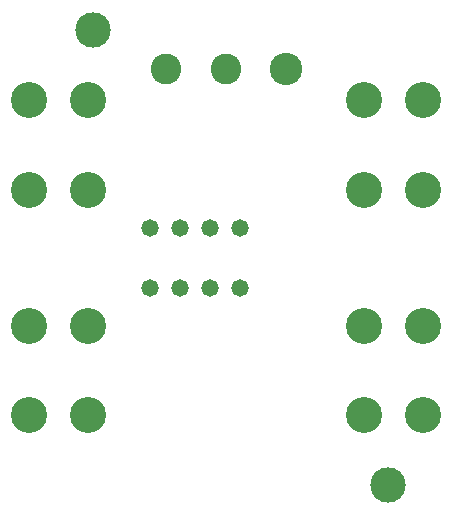
<source format=gts>
G75*
%MOIN*%
%OFA0B0*%
%FSLAX25Y25*%
%IPPOS*%
%LPD*%
%AMOC8*
5,1,8,0,0,1.08239X$1,22.5*
%
%ADD10C,0.11824*%
%ADD11C,0.12020*%
%ADD12C,0.10800*%
%ADD13C,0.10249*%
%ADD14C,0.05820*%
D10*
X0176965Y0032555D03*
X0078540Y0184130D03*
D11*
X0057083Y0055783D03*
X0076768Y0055783D03*
X0076768Y0085705D03*
X0057083Y0085705D03*
X0057083Y0130980D03*
X0076768Y0130980D03*
X0076768Y0160902D03*
X0057083Y0160902D03*
X0168894Y0160902D03*
X0188579Y0160902D03*
X0188579Y0130980D03*
X0168894Y0130980D03*
X0168894Y0085705D03*
X0188579Y0085705D03*
X0188579Y0055783D03*
X0168894Y0055783D03*
D12*
X0142831Y0171335D03*
D13*
X0122831Y0171335D03*
X0102831Y0171335D03*
D14*
X0107635Y0118343D03*
X0117635Y0118343D03*
X0127635Y0118343D03*
X0127635Y0098343D03*
X0117635Y0098343D03*
X0107635Y0098343D03*
X0097635Y0098343D03*
X0097635Y0118343D03*
M02*

</source>
